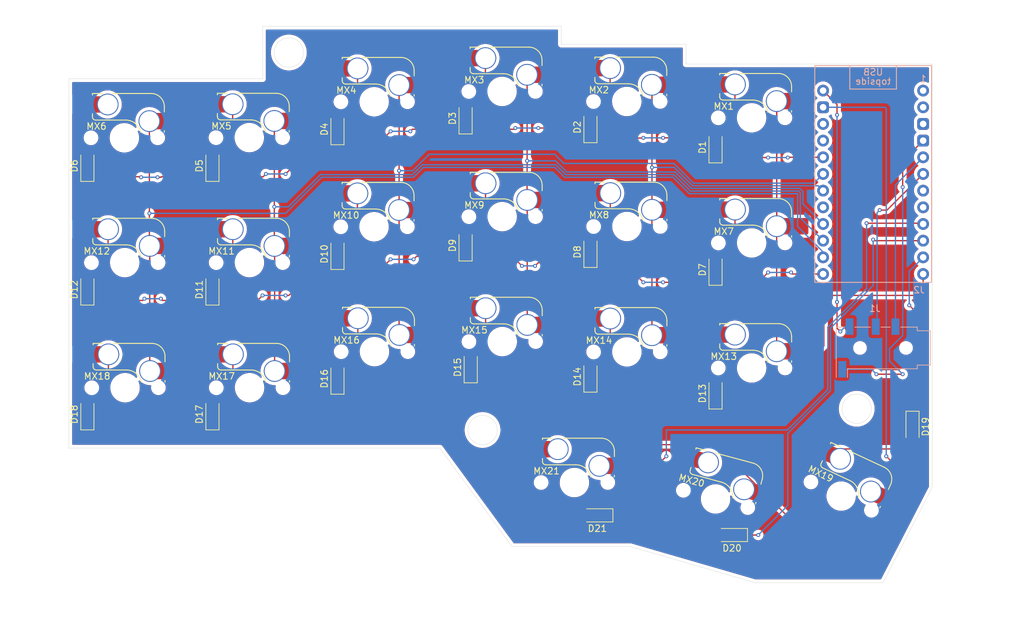
<source format=kicad_pcb>
(kicad_pcb (version 20240108) (generator "pcbnew") (generator_version "8.0")
  (layers (0 "F.Cu" signal) (31 "B.Cu" signal) (34 "B.Paste" user) (35 "F.Paste" user) (36 "B.SilkS" user "B.Silkscreen") (37 "F.SilkS" user "F.Silkscreen") (38 "B.Mask" user) (39 "F.Mask" user) (44 "Edge.Cuts" user))
  (net 0 "")
  (net 1 "Net-(D1-A)")
  (net 2 "Net-(D2-A)")
  (net 3 "Net-(D3-A)")
  (net 4 "Net-(D4-A)")
  (net 5 "Net-(D5-A)")
  (net 6 "Net-(D6-A)")
  (net 7 "Net-(D7-A)")
  (net 8 "Net-(D8-A)")
  (net 9 "Net-(D9-A)")
  (net 10 "Net-(D10-A)")
  (net 11 "Net-(D11-A)")
  (net 12 "Net-(D12-A)")
  (net 13 "Net-(D13-A)")
  (net 14 "Net-(D14-A)")
  (net 15 "Net-(D15-A)")
  (net 16 "Net-(D16-A)")
  (net 17 "Net-(D17-A)")
  (net 18 "Net-(D18-A)")
  (net 19 "Net-(D19-A)")
  (net 20 "Net-(D20-A)")
  (net 21 "Net-(D21-A)")
  (net 22 "ROW0")
  (net 23 "ROW1")
  (net 24 "ROW2")
  (net 25 "COL0")
  (net 26 "COL1")
  (net 27 "COL2")
  (net 28 "COL3")
  (net 29 "COL4")
  (net 30 "COL5")
  (net 31 "M1OUT")
  (net 32 "M2OUT")
  (net 33 "M3OUT")
  (net 34 "MIN")
  (net 42 "Net-(J2-Pin_4)")
  (net 43 "Net-(J2-Pin_6)")
  (net 44 "Net-(J2-Pin_13)")
  (net 45 "Net-(J2-Pin_5)")
  (footprint "PCM_marbastlib-mx:SW_MX_HS_CPG151101S11_1u" (layer "F.Cu") (at 102.011274 66.532746)
    (property "Reference" "MX15")
    (property "Value" "MX_SW_HS")
  )
  (footprint "PCM_marbastlib-mx:SW_MX_HS_CPG151101S11_1u" (layer "F.Cu") (at 139.997588 70.550215)
    (property "Reference" "MX13")
    (property "Value" "MX_SW_HS")
  )
  (footprint "PCM_marbastlib-mx:SW_MX_HS_CPG151101S11_1u" (layer "F.Cu") (at 63.520747 73.557919)
    (property "Reference" "MX17")
    (property "Value" "MX_SW_HS")
  )
  (footprint "PCM_marbastlib-mx:SW_MX_HS_CPG151101S11_1u" (layer "F.Cu") (at 120.996637 68.100511)
    (property "Reference" "MX14")
    (property "Value" "MX_SW_HS")
  )
  (footprint "Diode_SMD:D_SOD-123" (layer "F.Cu") (at 38.805901 58.617488 90)
    (property "Reference" "D12")
    (property "Value" "D_Small")
  )
  (footprint "PCM_marbastlib-mx:SW_MX_HS_CPG151101S11_1u" (layer "F.Cu") (at 82.48268 49.038478)
    (property "Reference" "MX10")
    (property "Value" "MX_SW_HS")
  )
  (footprint "PCM_marbastlib-mx:SW_MX_HS_CPG151101S11_1u" (layer "F.Cu") (at 120.977651 29.958105)
    (property "Reference" "MX2")
    (property "Value" "MX_SW_HS")
  )
  (footprint "PCM_marbastlib-mx:SW_MX_HS_CPG151101S11_1u" (layer "F.Cu") (at 63.5 54.5)
    (property "Reference" "MX11")
    (property "Value" "MX_SW_HS")
  )
  (footprint "Diode_SMD:D_SOD-123" (layer "F.Cu") (at 134.493512 36.943893 90)
    (property "Reference" "D1")
    (property "Value" "D_Small")
  )
  (footprint "Diode_SMD:D_SOD-123" (layer "F.Cu") (at 115.437651 33.878105 90)
    (property "Reference" "D2")
    (property "Value" "D_Small")
  )
  (footprint "PCM_marbastlib-mx:SW_MX_HS_CPG151101S11_1u" (layer "F.Cu") (at 82.543105 68.063757)
    (property "Reference" "MX16")
    (property "Value" "MX_SW_HS")
  )
  (footprint "Diode_SMD:D_SOD-123" (layer "F.Cu") (at 137 96 180)
    (property "Reference" "D20")
    (property "Value" "D_Small")
  )
  (footprint "Diode_SMD:D_SOD-123" (layer "F.Cu") (at 76.90268 72.188478 90)
    (property "Reference" "D16")
    (property "Value" "D_Small")
  )
  (footprint "PCM_marbastlib-mx:SW_MX_HS_CPG151101S11_1u" (layer "F.Cu") (at 44.550654 73.557919)
    (property "Reference" "MX18")
    (property "Value" "MX_SW_HS")
  )
  (footprint "Diode_SMD:D_SOD-123" (layer "F.Cu") (at 134.493512 55.593893 90)
    (property "Reference" "D7")
    (property "Value" "D_Small")
  )
  (footprint "PCM_marbastlib-mx:SW_MX_HS_CPG151101S11_1u" (layer "F.Cu") (at 101.981481 28.429484)
    (property "Reference" "MX3")
    (property "Value" "MX_SW_HS")
  )
  (footprint "PCM_marbastlib-mx:SW_MX_HS_CPG151101S11_1u" (layer "F.Cu") (at 63.475405 35.462351)
    (property "Reference" "MX5")
    (property "Value" "MX_SW_HS")
  )
  (footprint "Diode_SMD:D_SOD-123" (layer "F.Cu") (at 76.90268 53.188478 90)
    (property "Reference" "D10")
    (property "Value" "D_Small")
  )
  (footprint "Diode_SMD:D_SOD-123" (layer "F.Cu") (at 115.437651 71.878105 90)
    (property "Reference" "D14")
    (property "Value" "D_Small")
  )
  (footprint "PCM_marbastlib-mx:SW_MX_HS_CPG151101S11_1u" (layer "F.Cu") (at 102 47.5)
    (property "Reference" "MX9")
    (property "Value" "MX_SW_HS")
  )
  (footprint "PCM_marbastlib-mx:SW_MX_HS_CPG151101S11_1u" (layer "F.Cu") (at 113 88)
    (property "Reference" "MX21")
    (property "Value" "MX_SW_HS")
  )
  (footprint "PCM_marbastlib-mx:SW_MX_HS_CPG151101S11_1u" (layer "F.Cu") (at 82.5 30)
    (property "Reference" "MX4")
    (property "Value" "MX_SW_HS")
  )
  (footprint "PCM_marbastlib-mx:SW_MX_HS_CPG151101S11_1u" (layer "F.Cu") (at 139.993512 32.443893)
    (property "Reference" "MX1")
    (property "Value" "MX_SW_HS")
  )
  (footprint "PCM_marbastlib-mx:SW_MX_HS_CPG151101S11_1u" (layer "F.Cu") (at 44.445498 35.492259)
    (property "Reference" "MX6")
    (property "Value" "MX_SW_HS")
  )
  (footprint "Diode_SMD:D_SOD-123" (layer "F.Cu") (at 96.421895 32.541173 90)
    (property "Reference" "D3")
    (property "Value" "D_Small")
  )
  (footprint "PCM_marbastlib-mx:SW_MX_HS_CPG151101S11_1u" (layer "F.Cu") (at 44.5 54.5)
    (property "Reference" "MX12")
    (property "Value" "MX_SW_HS")
  )
  (footprint "Diode_SMD:D_SOD-123" (layer "F.Cu") (at 116.5 93 180)
    (property "Reference" "D21")
    (property "Value" "D_Small")
  )
  (footprint "PCM_marbastlib-mx:SW_MX_HS_CPG151101S11_1u" (layer "F.Cu") (at 140 51.5)
    (property "Reference" "MX7")
    (property "Value" "MX_SW_HS")
  )
  (footprint "PCM_marbastlib-mx:SW_MX_HS_CPG151101S11_1u" (layer "F.Cu") (at 134.5 90.5 -15)
    (property "Reference" "MX20")
    (property "Value" "MX_SW_HS")
  )
  (footprint "Diode_SMD:D_SOD-123" (layer "F.Cu") (at 76.90268 34.188478 90)
    (property "Reference" "D4")
    (property "Value" "D_Small")
  )
  (footprint "Diode_SMD:D_SOD-123" (layer "F.Cu") (at 38.805901 77.617488 90)
    (property "Reference" "D18")
    (property "Value" "D_Small")
  )
  (footprint "Diode_SMD:D_SOD-123" (layer "F.Cu") (at 164.5 79.5 -90)
    (property "Reference" "D19")
    (property "Value" "D_Small")
  )
  (footprint "Diode_SMD:D_SOD-123" (layer "F.Cu") (at 134.493512 74.443893 90)
    (property "Reference" "D13")
    (property "Value" "D_Small")
  )
  (footprint "Diode_SMD:D_SOD-123" (layer "F.Cu") (at 97.203984 70.450737 90)
    (property "Reference" "D15")
    (property "Value" "D_Small")
  )
  (footprint "PCM_marbastlib-mx:SW_MX_HS_CPG151101S11_1u" (layer "F.Cu") (at 153.63187 90.06502 -25)
    (property "Reference" "MX19")
    (property "Value" "MX_SW_HS")
  )
  (footprint "Diode_SMD:D_SOD-123" (layer "F.Cu") (at 57.856947 77.617488 90)
    (property "Reference" "D17")
    (property "Value" "D_Small")
  )
  (footprint "Diode_SMD:D_SOD-123" (layer "F.Cu") (at 96.421895 51.891173 90)
    (property "Reference" "D9")
    (property "Value" "D_Small")
  )
  (footprint "Diode_SMD:D_SOD-123" (layer "F.Cu") (at 57.856947 39.767488 90)
    (property "Reference" "D5")
    (property "Value" "D_Small")
  )
  (footprint "Diode_SMD:D_SOD-123" (layer "F.Cu") (at 115.437651 52.878105 90)
    (property "Reference" "D8")
    (property "Value" "D_Small")
  )
  (footprint "PCM_marbastlib-mx:SW_MX_HS_CPG151101S11_1u" (layer "F.Cu") (at 121 49)
    (property "Reference" "MX8")
    (property "Value" "MX_SW_HS")
  )
  (footprint "Diode_SMD:D_SOD-123" (layer "F.Cu") (at 57.856947 58.617488 90)
    (property "Reference" "D11")
    (property "Value" "D_Small")
  )
  (footprint "Diode_SMD:D_SOD-123" (layer "F.Cu") (at 38.805901 39.767488 90)
    (property "Reference" "D6")
    (property "Value" "D_Small")
  )
  (footprint "Connector_Audio:Jack_3.5mm_KoreanHropartsElec_PJ-320D-4A_Horizontal" (layer "B.Cu") (at 158.75 67.5 180)
    (property "Reference" "J1")
    (property "Value" "AudioJack4")
  )
  (footprint "PCM_marbastlib-xp-promicroish:ProMicro_USBup" (layer "B.Cu") (at 158.5 42.27 180)
    (property "Reference" "J2")
    (property "Value" "Conn_02x12_Top_Bottom")
  )
  (gr_line (start 111 21.25) (end 129.5 21.25) (stroke (width 0.05)) (layer "Edge.Cuts"))
  (gr_circle (center 69.5 22.5) (end 68.5 24.5) (stroke (width 0.05)) (fill none) (layer "Edge.Cuts"))
  (gr_line (start 130 21.25) (end 130 24.25) (stroke (width 0.05)) (layer "Edge.Cuts"))
  (gr_line (start 65.5 18.5) (end 65.5 26.5) (stroke (width 0.05)) (layer "Edge.Cuts"))
  (gr_line (start 149 24.25) (end 167.5 24.25) (stroke (width 0.05)) (layer "Edge.Cuts"))
  (gr_line (start 92.5 82.75) (end 103.5 97.75) (stroke (width 0.05)) (layer "Edge.Cuts"))
  (gr_line (start 167.5 24.25) (end 167.5 88.75) (stroke (width 0.05)) (layer "Edge.Cuts"))
  (gr_line (start 111 19) (end 111 18.5) (stroke (width 0.05)) (layer "Edge.Cuts"))
  (gr_line (start 140.5 103.25) (end 121.5 97.75) (stroke (width 0.05)) (layer "Edge.Cuts"))
  (gr_line (start 73 82.75) (end 92.5 82.75) (stroke (width 0.05)) (layer "Edge.Cuts"))
  (gr_line (start 36 26.5) (end 36 26.75) (stroke (width 0.05)) (layer "Edge.Cuts"))
  (gr_line (start 111 18.5) (end 65.5 18.5) (stroke (width 0.05)) (layer "Edge.Cuts"))
  (gr_line (start 36 82.75) (end 36 26.75) (stroke (width 0.05)) (layer "Edge.Cuts"))
  (gr_line (start 167.5 88.75) (end 160 103.25) (stroke (width 0.05)) (layer "Edge.Cuts"))
  (gr_line (start 73 82.75) (end 55 82.75) (stroke (width 0.05)) (layer "Edge.Cuts"))
  (gr_circle (center 99 80) (end 98 82) (stroke (width 0.05)) (fill none) (layer "Edge.Cuts"))
  (gr_line (start 121.5 97.75) (end 103.5 97.75) (stroke (width 0.05)) (layer "Edge.Cuts"))
  (gr_line (start 111 19.25) (end 111 21.25) (stroke (width 0.05)) (layer "Edge.Cuts"))
  (gr_line (start 160 103.25) (end 140.5 103.25) (stroke (width 0.05)) (layer "Edge.Cuts"))
  (gr_line (start 55 82.75) (end 36 82.75) (stroke (width 0.05)) (layer "Edge.Cuts"))
  (gr_line (start 129.5 21.25) (end 130 21.25) (stroke (width 0.05)) (layer "Edge.Cuts"))
  (gr_circle (center 156 76.763933) (end 155 78.763933) (stroke (width 0.05)) (fill none) (layer "Edge.Cuts"))
  (gr_line (start 65.5 26.5) (end 36 26.5) (stroke (width 0.05)) (layer "Edge.Cuts"))
  (gr_line (start 130 24.25) (end 149 24.25) (stroke (width 0.05)) (layer "Edge.Cuts"))
  (gr_line (start 111 19.25) (end 111 19) (stroke (width 0.05)) (layer "Edge.Cuts"))
  (segment (start 137.453512 32.333893) (end 134.493512 35.293893) (width 0.2) (layer "F.Cu") (net 1))
  (segment (start 137.453512 27.363893) (end 137.453512 32.333893) (width 0.2) (layer "F.Cu") (net 1))
  (segment (start 118.437651 29.228105) (end 115.437651 32.228105) (width 0.2) (layer "F.Cu") (net 2))
  (segment (start 118.437651 24.878105) (end 118.437651 29.228105) (width 0.2) (layer "F.Cu") (net 2))
  (segment (start 99.441481 23.349484) (end 99.441481 27.871587) (width 0.2) (layer "F.Cu") (net 3))
  (segment (start 99.441481 27.871587) (end 96.421895 30.891173) (width 0.2) (layer "F.Cu") (net 3))
  (segment (start 79.96 29.481158) (end 76.90268 32.538478) (width 0.2) (layer "F.Cu") (net 4))
  (segment (start 79.96 24.92) (end 79.96 29.481158) (width 0.2) (layer "F.Cu") (net 4))
  (segment (start 60.935405 35.03903) (end 57.856947 38.117488) (width 0.2) (layer "F.Cu") (net 5))
  (segment (start 60.935405 30.382351) (end 60.935405 35.03903) (width 0.2) (layer "F.Cu") (net 5))
  (segment (start 38.355498 30.412259) (end 38.140498 30.627259) (width 0.2) (layer "F.Cu") (net 6))
  (segment (start 38.140498 37.452085) (end 38.805901 38.117488) (width 0.2) (layer "F.Cu") (net 6))
  (segment (start 38.140498 30.627259) (end 38.140498 37.452085) (width 0.2) (layer "F.Cu") (net 6))
  (segment (start 137.46 50.977405) (end 134.493512 53.943893) (width 0.2) (layer "F.Cu") (net 7))
  (segment (start 137.46 46.42) (end 137.46 50.977405) (width 0.2) (layer "F.Cu") (net 7))
  (segment (start 118.46 43.92) (end 118.46 48.205756) (width 0.2) (layer "F.Cu") (net 8))
  (segment (start 118.46 48.205756) (end 115.437651 51.228105) (width 0.2) (layer "F.Cu") (net 8))
  (segment (start 99.46 47.203068) (end 96.421895 50.241173) (width 0.2) (layer "F.Cu") (net 9))
  (segment (start 99.46 42.42) (end 99.46 47.203068) (width 0.2) (layer "F.Cu") (net 9))
  (segment (start 79.94268 43.958478) (end 79.94268 48.498478) (width 0.2) (layer "F.Cu") (net 10))
  (segment (start 79.94268 48.498478) (end 76.90268 51.538478) (width 0.2) (layer "F.Cu") (net 10))
  (segment (start 60.96 49.42) (end 60.96 53.864435) (width 0.2) (layer "F.Cu") (net 11))
  (segment (start 60.96 53.864435) (end 57.856947 56.967488) (width 0.2) (layer "F.Cu") (net 11))
  (segment (start 41.96 49.42) (end 41.96 53.813389) (width 0.2) (layer "F.Cu") (net 12))
  (segment (start 41.96 53.813389) (end 38.805901 56.967488) (width 0.2) (layer "F.Cu") (net 12))
  (segment (start 118.456637 67.809119) (end 116.037651 70.228105) (width 0.2) (layer "F.Cu") (net 14))
  (segment (start 116.037651 70.228105) (end 115.437651 70.228105) (width 0.2) (layer "F.Cu") (net 14))
  (segment (start 118.456637 63.020511) (end 118.456637 67.809119) (width 0.2) (layer "F.Cu") (net 14))
  (segment (start 99.471274 61.452746) (end 99.471274 66.533447) (width 0.2) (layer "F.Cu") (net 15))
  (segment (start 99.471274 66.533447) (end 97.203984 68.800737) (width 0.2) (layer "F.Cu") (net 15))
  (segment (start 80.003105 62.983757) (end 80.003105 67.438053) (width 0.2) (layer "F.Cu") (net 16))
  (segment (start 80.003105 67.438053) (end 76.90268 70.538478) (width 0.2) (layer "F.Cu") (net 16))
  (segment (start 60.980747 72.843688) (end 57.856947 75.967488) (width 0.2) (layer "F.Cu") (net 17))
  (segment (start 60.980747 68.477919) (end 60.980747 72.843688) (width 0.2) (layer "F.Cu") (net 17))
  (segment (start 42.010654 68.477919) (end 42.010654 72.762735) (width 0.2) (layer "F.Cu") (net 18))
  (segment (start 42.010654 72.762735) (end 38.805901 75.967488) (width 0.2) (layer "F.Cu") (net 18))
  (segment (start 162.762768 82.887232) (end 164.5 81.15) (width 0.2) (layer "F.Cu") (net 19))
  (segment (start 150.259356 82.887232) (end 162.762768 82.887232) (width 0.2) (layer "F.Cu") (net 19))
  (segment (start 130.973345 85.057922) (end 130.973345 91.623345) (width 0.2) (layer "F.Cu") (net 20))
  (segment (start 129.932312 84.016889) (end 130.973345 85.057922) (width 0.2) (layer "F.Cu") (net 20))
  (segment (start 130.973345 91.623345) (end 135.35 96) (width 0.2) (layer "F.Cu") (net 20))
  (segment (start 114.4 93) (end 114.85 93) (width 0.2) (layer "F.Cu") (net 21))
  (segment (start 106.91 82.92) (end 109.5 85.51) (width 0.2) (layer "F.Cu") (net 21))
  (segment (start 109.5 85.51) (end 109.5 88.1) (width 0.2) (layer "F.Cu") (net 21))
  (segment (start 109.5 88.1) (end 114.4 93) (width 0.2) (layer "F.Cu") (net 21))
  (segment (start 57.856947 41.417488) (end 65.582512 41.417488) (width 0.2) (layer "F.Cu") (net 22))
  (segment (start 107.5 34) (end 108.5 34) (width 0.2) (layer "F.Cu") (net 22))
  (segment (start 123.471895 35.528105) (end 123.5 35.5) (width 0.2) (layer "F.Cu") (net 22))
  (segment (start 142.5 38.5) (end 141.5 38.5) (width 0.2) (layer "F.Cu") (net 22))
  (segment (start 141.5 38.5) (end 141.406107 38.593893) (width 0.2) (layer "F.Cu") (net 22))
  (segment (start 150.88 38.46) (end 145.54 38.46) (width 0.2) (layer "F.Cu") (net 22))
  (segment (start 69 41) (end 74.161522 35.838478) (width 0.2) (layer "F.Cu") (net 22))
  (segment (start 65.582512 41.417488) (end 66 41) (width 0.2) (layer "F.Cu") (net 22))
  (segment (start 88 34.5) (end 88.308827 34.191173) (width 0.2) (layer "F.Cu") (net 22))
  (segment (start 145.54 38.46) (end 145.5 38.5) (width 0.2) (layer "F.Cu") (net 22))
  (segment (start 127.5 35.5) (end 130.593893 38.593893) (width 0.2) (layer "F.Cu") (net 22))
  (segment (start 103.808827 34.191173) (end 104 34) (width 0.2) (layer "F.Cu") (net 22))
  (segment (start 50 41.5) (end 50.082512 41.417488) (width 0.2) (layer "F.Cu") (net 22))
  (segment (start 141.406107 38.593893) (end 134.493512 38.593893) (width 0.2) (layer "F.Cu") (net 22))
  (segment (start 96.421895 34.191173) (end 103.808827 34.191173) (width 0.2) (layer "F.Cu") (net 22))
  (segment (start 130.593893 38.593893) (end 134.493512 38.593893) (width 0.2) (layer "F.Cu") (net 22))
  (segment (start 46.917488 41.417488) (end 47 41.5) (width 0.2) (layer "F.Cu") (net 22))
  (segment (start 49.5 41.5) (end 50 41.5) (width 0.2) (layer "F.Cu") (net 22))
  (segment (start 76.90268 35.838478) (end 83.661522 35.838478) (width 0.2) (layer "F.Cu") (net 22))
  (segment (start 38.805901 41.417488) (end 46.917488 41.417488) (width 0.2) (layer "F.Cu") (net 22))
  (segment (start 50.082512 41.417488) (end 57.856947 41.417488) (width 0.2) (layer "F.Cu") (net 22))
  (segment (start 126.5 35.5) (end 127.5 35.5) (width 0.2) (layer "F.Cu") (net 22))
  (segment (start 108.5 34) (end 110.028105 35.528105) (width 0.2) (layer "F.Cu") (net 22))
  (segment (start 115.437651 35.528105) (end 123.471895 35.528105) (width 0.2) (layer "F.Cu") (net 22))
  (segment (start 83.661522 35.838478) (end 85 34.5) (width 0.2) (layer "F.Cu") (net 22))
  (segment (start 88.308827 34.191173) (end 96.421895 34.191173) (width 0.2) (layer "F.Cu") (net 22))
  (segment (start 110.028105 35.528105) (end 115.437651 35.528105) (width 0.2) (layer "F.Cu") (net 22))
  (segment (start 74.161522 35.838478) (end 76.90268 35.838478) (width 0.2) (layer "F.Cu") (net 22))
  (via (at 145.5 38.5) (size 0.6) (drill 0.3) (layers "F.Cu" "B.Cu") (net 22))
  (via (at 104 34) (size 0.6) (drill 0.3) (layers "F.Cu" "B.Cu") (net 22))
  (via (at 85 34.5) (size 0.6) (drill 0.3) (layers "F.Cu" "B.Cu") (net 22))
  (via (at 88 34.5) (size 0.6) (drill 0.3) (layers "F.Cu" "B.Cu") (net 22))
  (via (at 47 41.5) (size 0.6) (drill 0.3) (layers "F.Cu" "B.Cu") (net 22))
  (via (at 142.5 38.5) (size 0.6) (drill 0.3) (layers "F.Cu" "B.Cu") (net 22))
  (via (at 126.5 35.5) (size 0.6) (drill 0.3) (layers "F.Cu" "B.Cu") (net 22))
  (via (at 66 41) (size 0.6) (drill 0.3) (layers "F.Cu" "B.Cu") (net 22))
  (via (at 123.5 35.5) (size 0.6) (drill 0.3) (layers "F.Cu" "B.Cu") (net 22))
  (via (at 49.5 41.5) (size 0.6) (drill 0.3) (layers "F.Cu" "B.Cu") (net 22))
  (via (at 69 41) (size 0.6) (drill 0.3) (layers "F.Cu" "B.Cu") (net 22))
  (via (at 107.5 34) (size 0.6) (drill 0.3) (layers "F.Cu" "B.Cu") (net 22))
  (segment (start 66 41) (end 69 41) (width 0.2) (layer "B.Cu") (net 22))
  (segment (start 145.5 38.5) (end 142.5 38.5) (width 0.2) (layer "B.Cu") (net 22))
  (segment (start 104 34) (end 107.5 34) (width 0.2) (layer "B.Cu") (net 22))
  (segment (start 47 41.5) (end 49.5 41.5) (width 0.2) (layer "B.Cu") (net 22))
  (segment (start 123.5 35.5) (end 124.5 35.5) (width 0.2) (layer "B.Cu") (net 22))
  (segment (start 85 34.5) (end 86 34.5) (width 0.2) (layer "B.Cu") (net 22))
  (segment (start 86 34.5) (end 88 34.5) (width 0.2) (layer "B.Cu") (net 22))
  (segment (start 124.5 35.5) (end 126.5 35.5) (width 0.2) (layer "B.Cu") (net 22))
  (segment (start 126.5 57.5) (end 127.5 57.5) (width 0.2) (layer "F.Cu") (net 23))
  (segment (start 115.437651 54.528105) (end 120.528105 54.528105) (width 0.2) (layer "F.Cu") (net 23))
  (segment (start 107 55) (end 107.471895 54.528105) (width 0.2) (layer "F.Cu") (net 23))
  (segment (start 103.541173 53.541173) (end 105 55) (width 0.2) (layer "F.Cu") (net 23))
  (segment (start 146 56) (end 146.24 56.24) (width 0.2) (layer "F.Cu") (net 23))
  (segment (start 47.232512 60.267488) (end 47.5 60) (width 0.2) (layer "F.Cu") (net 23))
  (segment (start 84.161522 54.838478) (end 85 54) (width 0.2) (layer "F.Cu") (net 23))
  (segment (start 107.471895 54.528105) (end 115.437651 54.528105) (width 0.2) (layer "F.Cu") (net 23))
  (segment (start 74.161522 54.838478) (end 76.90268 54.838478) (width 0.2) (layer "F.Cu") (net 23))
  (segment (start 76.90268 54.838478) (end 84.161522 54.838478) (width 0.2) (layer "F.Cu") (net 23))
  (segment (start 50.267488 60.267488) (end 57.856947 60.267488) (width 0.2) (layer "F.Cu") (net 23))
  (segment (start 38.805901 60.267488) (end 47.232512 60.267488) (width 0.2) (layer "F.Cu") (net 23))
  (segment (start 146.24 56.24) (end 150.88 56.24) (width 0.2) (layer "F.Cu") (net 23))
  (segment (start 120.528105 54.528105) (end 123.5 57.5) (width 0.2) (layer "F.Cu") (net 23))
  (segment (start 88.958827 53.541173) (end 96.421895 53.541173) (width 0.2) (layer "F.Cu") (net 23))
  (segment (start 96.421895 53.541173) (end 103.541173 53.541173) (width 0.2) (layer "F.Cu") (net 23))
  (segment (start 134.493512 57.243893) (end 141.256107 57.243893) (width 0.2) (layer "F.Cu") (net 23))
  (segment (start 57.856947 60.267488) (end 64.732512 60.267488) (width 0.2) (layer "F.Cu") (net 23))
  (segment (start 88.5 54) (end 88.958827 53.541173) (width 0.2) (layer "F.Cu") (net 23))
  (segment (start 141.256107 57.243893) (end 142.5 56) (width 0.2) (layer "F.Cu") (net 23))
  (segment (start 69.5 59.5) (end 74.161522 54.838478) (width 0.2) (layer "F.Cu") (net 23))
  (segment (start 127.5 57.5) (end 127.756107 57.243893) (width 0.2) (layer "F.Cu") (net 23))
  (segment (start 127.756107 57.243893) (end 134.493512 57.243893) (width 0.2) (layer "F.Cu") (net 23))
  (segment (start 64.732512 60.267488) (end 65.5 59.5) (width 0.2) (layer "F.Cu") (net 23))
  (segment (start 69 59.5) (end 69.5 59.5) (width 0.2) (layer "F.Cu") (net 23))
  (segment (start 50 60) (end 50.267488 60.267488) (width 0.2) (layer "F.Cu") (net 23))
  (via (at 85 54) (size 0.6) (drill 0.3) (layers "F.Cu" "B.Cu") (net 23))
  (via (at 69 59.5) (size 0.6) (drill 0.3) (layers "F.Cu" "B.Cu") (net 23))
  (via (at 105 55) (size 0.6) (drill 0.3) (layers "F.Cu" "B.Cu") (net 23))
  (via (at 107 55) (size 0.6) (drill 0.3) (layers "F.Cu" "B.Cu") (net 23))
  (via (at 146 56) (size 0.6) (drill 0.3) (layers "F.Cu" "B.Cu") (net 23))
  (via (at 50 60) (size 0.6) (drill 0.3) (layers "F.Cu" "B.Cu") (net 23))
  (via (at 88.5 54) (size 0.6) (drill 0.3) (layers "F.Cu" "B.Cu") (net 23))
  (via (at 142.5 56) (size 0.6) (drill 0.3) (layers "F.Cu" "B.Cu") (net 23))
  (via (at 47.5 60) (size 0.6) (drill 0.3) (layers "F.Cu" "B.Cu") (net 23))
  (via (at 126.5 57.5) (size 0.6) (drill 0.3) (layers "F.Cu" "B.Cu") (net 23))
  (via (at 65.5 59.5) (size 0.6) (drill 0.3) (layers "F.Cu" "B.Cu") (net 23))
  (via (at 123.5 57.5) (size 0.6) (drill 0.3) (layers "F.Cu" "B.Cu") (net 23))
  (segment (start 86 54) (end 88.5 54) (width 0.2) (layer "B.Cu") (net 23))
  (segment (start 85 54) (end 86 54) (width 0.2) (layer "B.Cu") (net 23))
  (segment (start 47.5 60) (end 48.5 60) (width 0.2) (layer "B.Cu") (net 23))
  (segment (start 48.5 60) (end 50 60) (width 0.2) (layer "B.Cu") (net 23))
  (segment (start 123.5 57.5) (end 126.5 57.5) (width 0.2) (layer "B.Cu") (net 23))
  (segment (start 142.5 56) (end 146 56) (width 0.2) (layer "B.Cu") (net 23))
  (segment (start 105 55) (end 107 55) (width 0.2) (layer "B.Cu") (net 23))
  (segment (start 65.5 59.5) (end 69 59.5) (width 0.2) (layer "B.Cu") (net 23))
  (segment (start 142.083654 76.093893) (end 151 67.177547) (width 0.2) (layer "F.Cu") (net 24))
  (segment (start 97.203984 72.100737) (end 114.010283 72.100737) (width 0.2) (layer "F.Cu") (net 24))
  (segment (start 166.12 58.88) (end 166.12 56.24) (width 0.2) (layer "F.Cu") (net 24))
  (segment (start 57.856947 79.267488) (end 71.47367 79.267488) (width 0.2) (layer "F.Cu") (net 24))
  (segment (start 76.90268 73.838478) (end 95.466243 73.838478) (width 0.2) (layer "F.Cu") (net 24))
  (segment (start 38.805901 79.267488) (end 57.856947 79.267488) (width 0.2) (layer "F.Cu") (net 24))
  (segment (start 151 59.5) (end 166 59.5) (width 0.2) (layer "F.Cu") (net 24))
  (segment (start 166 59.5) (end 166 59) (width 0.2) (layer "F.Cu") (net 24))
  (segment (start 71.47367 79.267488) (end 76.90268 73.838478) (width 0.2) (layer "F.Cu") (net 24))
  (segment (start 95.466243 73.838478) (end 97.203984 72.100737) (width 0.2) (layer "F.Cu") (net 24))
  (segment (start 114.010283 72.100737) (end 115.437651 73.528105) (width 0.2) (layer "F.Cu") (net 24))
  (segment (start 166 59) (end 166.12 58.88) (width 0.2) (layer "F.Cu") (net 24))
  (segment (start 134.493512 76.093893) (end 142.083654 76.093893) (width 0.2) (layer "F.Cu") (net 24))
  (segment (start 131.927724 73.528105) (end 134.493512 76.093893) (width 0.2) (layer "F.Cu") (net 24))
  (segment (start 115.437651 73.528105) (end 131.927724 73.528105) (width 0.2) (layer "F.Cu") (net 24))
  (segment (start 151 67.177547) (end 151 59.5) (width 0.2) (layer "F.Cu") (net 24))
  (segment (start 86.29268 65.463332) (end 86.29268 46.498478) (width 0.2) (layer "F.Cu") (net 25))
  (segment (start 86.29268 46.498478) (end 86.29268 40.5) (width 0.2) (layer "F.Cu") (net 25))
  (segment (start 86.353105 65.523757) (end 86.29268 65.463332) (width 0.2) (layer "F.Cu") (net 25))
  (segment (start 86.29268 27.47732) (end 86.31 27.46) (width 0.2) (layer "F.Cu") (net 25))
  (segment (start 86.29268 40.5) (end 86.29268 27.47732) (width 0.2) (layer "F.Cu") (net 25))
  (via (at 86.29268 40.5) (size 0.6) (drill 0.3) (layers "F.Cu" "B.Cu") (net 25))
  (segment (start 131.162744 42.4) (end 128.162742 39.4) (width 0.2) (layer "B.Cu") (net 25))
  (segment (start 128.162742 39.4) (end 111.4 39.4) (width 0.2) (layer "B.Cu") (net 25))
  (segment (start 150.88 41) (end 149.48 42.4) (width 0.2) (layer "B.Cu") (net 25))
  (segment (start 90.868628 38) (end 88.368628 40.5) (width 0.2) (layer "B.Cu") (net 25))
  (segment (start 110 38) (end 90.868628 38) (width 0.2) (layer "B.Cu") (net 25))
  (segment (start 88.368628 40.5) (end 86.29268 40.5) (width 0.2) (layer "B.Cu") (net 25))
  (segment (start 111.4 39.4) (end 110 38) (width 0.2) (layer "B.Cu") (net 25))
  (segment (start 149.48 42.4) (end 131.162744 42.4) (width 0.2) (layer "B.Cu") (net 25))
  (segment (start 124.81 40) (end 124.81 46.46) (width 0.2) (layer "F.Cu") (net 26))
  (segment (start 124.806637 65.560511) (end 124.806637 46.463363) (width 0.2) (layer "F.Cu") (net 26))
  (segment (start 124.81 27.440454) (end 124.81 40) (width 0.2) (layer "F.Cu") (net 26))
  (segment (start 124.787651 27.418105) (end 124.81 27.440454) (width 0.2) (layer "F.Cu") (net 26))
  (segment (start 124.806637 46.463363) (end 124.81 46.46) (width 0.2) (layer "F.Cu") (net 26))
  (via (at 124.81 40) (size 0.6) (drill 0.3) (layers "F.Cu" "B.Cu") (net 26))
  (segment (start 150.88 43.54) (end 150.14 42.8) (width 0.2) (layer "B.Cu") (net 26))
  (segment (start 130.997058 42.8) (end 128.197056 40) (width 0.2) (layer "B.Cu") (net 26))
  (segment (start 150.14 42.8) (end 130.997058 42.8) (width 0.2) (layer "B.Cu") (net 26))
  (segment (start 128.197056 40) (end 124.81 40) (width 0.2) (layer "B.Cu") (net 26))
  (segment (start 143.81 47.135) (end 143.81 48.96) (width 0.2) (layer "F.Cu") (net 27))
  (segment (start 143.803512 29.903893) (end 143.803512 47.128512) (width 0.2) (layer "F.Cu") (net 27))
  (segment (start 143.803512 47.128512) (end 143.81 47.135) (width 0.2) (layer "F.Cu") (net 27))
  (segment (start 143.803512 68.006139) (end 143.807588 68.010215) (width 0.2) (layer "F.Cu") (net 27))
  (segment (start 143.803512 29.903893) (end 143.803512 68.006139) (width 0.2) (layer "F.Cu") (net 27))
  (segment (start 105.81 44.96) (end 105.81 63.981472) (width 0.2) (layer "F.Cu") (net 28))
  (segment (start 105.791481 25.889484) (end 105.791481 39) (width 0.2) (layer "F.Cu") (net 28))
  (segment (start 105.81 63.981472) (end 105.821274 63.992746) (width 0.2) (layer "F.Cu") (net 28))
  (segment (start 105.791481 44.941481) (end 105.81 44.96) (width 0.2) (layer "F.Cu") (net 28))
  (segment (start 105.791481 39) (end 105.791481 44.941481) (width 0.2) (layer "F.Cu") (net 28))
  (via (at 105.791481 39) (size 0.6) (drill 0.3) (layers "F.Cu" "B.Cu") (net 28))
  (segment (start 111.831372 40.7) (end 110.13137 39) (width 0.2) (layer "B.Cu") (net 28))
  (segment (start 147.8 45.54) (end 147.8 43.668629) (width 0.2) (layer "B.Cu") (net 28))
  (segment (start 147.33137 43.2) (end 130.831372 43.2) (width 0.2) (layer "B.Cu") (net 28))
  (segment (start 128.33137 40.7) (end 111.831372 40.7) (width 0.2) (layer "B.Cu") (net 28))
  (segment (start 110.13137 39) (end 105.791481 39) (width 0.2) (layer "B.Cu") (net 28))
  (segment (start 150.88 48.62) (end 147.8 45.54) (width 0.2) (layer "B.Cu") (net 28))
  (segment (start 130.831372 43.2) (end 128.33137 40.7) (width 0.2) (layer "B.Cu") (net 28))
  (segment (start 147.8 43.668629) (end 147.33137 43.2) (width 0.2) (layer "B.Cu") (net 28))
  (segment (start 67.330747 51.980747) (end 67.31 51.96) (width 0.2) (layer "F.Cu") (net 29))
  (segment (start 67.285405 46) (end 67.285405 51.935405) (width 0.2) (layer "F.Cu") (net 29))
  (segment (start 67.330747 71.017919) (end 67.330747 51.980747) (width 0.2) (layer "F.Cu") (net 29))
  (segment (start 67.285405 32.922351) (end 67.285405 46) (width 0.2) (layer "F.Cu") (net 29))
  (segment (start 67.285405 51.935405) (end 67.31 51.96) (width 0.2) (layer "F.Cu") (net 29))
  (via (at 67.285405 46) (size 0.6) (drill 0.3) (layers "F.Cu" "B.Cu") (net 29))
  (segment (start 147.165685 43.6) (end 130.665686 43.6) (width 0.2) (layer "B.Cu") (net 29))
  (segment (start 89.834314 39.6) (end 88.334314 41.1) (width 0.2) (layer "B.Cu") (net 29))
  (segment (start 111.665686 41.1) (end 110.165685 39.6) (width 0.2) (layer "B.Cu") (net 29))
  (segment (start 110.165685 39.6) (end 89.834314 39.6) (width 0.2) (layer "B.Cu") (net 29))
  (segment (start 130.665686 43.6) (end 128.165685 41.1) (width 0.2) (layer "B.Cu") (net 29))
  (segment (start 147.4 43.834315) (end 147.165685 43.6) (width 0.2) (layer "B.Cu") (net 29))
  (segment (start 147.4 47.68) (end 147.4 43.834315) (width 0.2) (layer "B.Cu") (net 29))
  (segment (start 128.165685 41.1) (end 111.665686 41.1) (width 0.2) (layer "B.Cu") (net 29))
  (segment (start 69.434314 46) (end 67.285405 46) (width 0.2) (layer "B.Cu") (net 29))
  (segment (start 150.88 51.16) (end 147.4 47.68) (width 0.2) (layer "B.Cu") (net 29))
  (segment (start 74.334314 41.1) (end 69.434314 46) (width 0.2) (layer "B.Cu") (net 29))
  (segment (start 88.334314 41.1) (end 74.334314 41.1) (width 0.2) (layer "B.Cu") (net 29))
  (segment (start 48.255498 51.905498) (end 48.31 51.96) (width 0.2) (layer "F.Cu") (net 30))
  (segment (start 48.255498 47) (end 48.255498 51.905498) (width 0.2) (layer "F.Cu") (net 30))
  (segment (start 48.255498 32.952259) (end 48.255498 47) (width 0.2) (layer "F.Cu") (net 30))
  (segment (start 48.31 70.967265) (end 48.360654 71.017919) (width 0.2) (layer "F.Cu") (net 30))
  (segment (start 48.31 51.96) (end 48.31 70.967265) (width 0.2) (layer "F.Cu") (net 30))
  (via (at 48.255498 47) (size 0.6) (drill 0.3) (layers "F.Cu" "B.Cu") (net 30))
  (segment (start 147 44) (end 130.5 44) (width 0.2) (layer "B.Cu") (net 30))
  (segment (start 150.88 53.7) (end 150.88 52.88) (width 0.2) (layer "B.Cu") (net 30))
  (segment (start 69 47) (end 48.255498 47) (width 0.2) (layer "B.Cu") (net 30))
  (segment (start 128 41.5) (end 111.5 41.5) (width 0.2) (layer "B.Cu") (net 30))
  (segment (start 110 40) (end 90 40) (width 0.2) (layer "B.Cu") (net 30))
  (segment (start 147 49) (end 147 44) (width 0.2) (layer "B.Cu") (net 30))
  (segment (start 88.5 41.5) (end 74.5 41.5) (width 0.2) (layer "B.Cu") (net 30))
  (segment (start 74.5 41.5) (end 69 47) (width 0.2) (layer "B.Cu") (net 30))
  (segment (start 150.88 52.88) (end 147 49) (width 0.2) (layer "B.Cu") (net 30))
  (segment (start 111.5 41.5) (end 110 40) (width 0.2) (layer "B.Cu") (net 30))
  (segment (start 90 40) (end 88.5 41.5) (width 0.2) (layer "B.Cu") (net 30))
  (segment (start 130.5 44) (end 128 41.5) (width 0.2) (layer "B.Cu") (net 30))
  (segment (start 164.9 61.9) (end 164 61) (width 0.2) (layer "F.Cu") (net 31))
  (segment (start 164.5 77.85) (end 164.9 77.45) (width 0.2) (layer "F.Cu") (net 31))
  (segment (start 164.9 77.45) (end 164.9 61.9) (width 0.2) (layer "F.Cu") (net 31))
  (via (at 164 61) (size 0.6) (drill 0.3) (layers "F.Cu" "B.Cu") (net 31))
  (segment (start 164 55.82) (end 166.12 53.7) (width 0.2) (layer "B.Cu") (net 31))
  (segment (start 164 61) (end 164 55.82) (width 0.2) (layer "B.Cu") (net 31))
  (segment (start 158.66 51.16) (end 166.12 51.16) (width 0.2) (layer "F.Cu") (net 32))
  (segment (start 158.5 51) (end 158.66 51.16) (width 0.2) (layer "F.Cu") (net 32))
  (segment (start 138.65 96) (end 141 96) (width 0.2) (layer "F.Cu") (net 32))
  (via (at 158.5 51) (size 0.6) (drill 0.3) (layers "F.Cu" "B.Cu") (net 32))
  (via (at 141 96) (size 0.6) (drill 0.3) (layers "F.Cu" "B.Cu") (net 32))
  (segment (start 158.5 57.5) (end 158.5 51) (width 0.2) (layer "B.Cu") (net 32))
  (segment (start 141 96) (end 145.5 91.5) (width 0.2) (layer "B.Cu") (net 32))
  (segment (start 145.5 80.5) (end 152 74) (width 0.2) (layer "B.Cu") (net 32))
  (segment (start 158.5 58) (end 158.5 57.5) (width 0.2) (layer "B.Cu") (net 32))
  (segment (start 152 64.5) (end 158.5 58) (width 0.2) (layer "B.Cu") (net 32))
  (segment (start 152 74) (end 152 64.5) (width 0.2) (layer "B.Cu") (net 32))
  (segment (start 145.5 91.5) (end 145.5 89) (width 0.2) (layer "B.Cu") (net 32))
  (segment (start 145.5 89) (end 145.5 80.5) (width 0.2) (layer "B.Cu") (net 32))
  (segment (start 157.5 48.5) (end 166 48.5) (width 0.2) (layer "F.Cu") (net 33))
  (segment (start 118.15 93) (end 118.15 92.85) (width 0.2) (layer "F.Cu") (net 33))
  (segment (start 166 48.5) (end 166.12 48.62) (width 0.2) (layer "F.Cu") (net 33))
  (segment (start 118.15 92.85) (end 127 84) (width 0.2) (layer "F.Cu") (net 33))
  (via (at 127 84) (size 0.6) (drill 0.3) (layers "F.Cu" "B.Cu") (net 33))
  (via (at 157.5 48.5) (size 0.6) (drill 0.3) (layers "F.Cu" "B.Cu") (net 33))
  (segment (start 127 84) (end 127 83.5) (width 0.2) (layer "B.Cu") (net 33))
  (segment (start 157.467157 58.467157) (end 157.5 58.434314) (width 0.2) (layer "B.Cu") (net 33))
  (segment (start 151.6 73.834314) (end 151.6 65) (width 0.2) (layer "B.Cu") (net 33))
  (segment (start 127 80) (end 145.434314 80) (width 0.2) (layer "B.Cu") (net 33))
  (segment (start 145.434314 80) (end 151.467157 73.967157) (width 0.2) (layer "B.Cu") (net 33))
  (segment (start 151.6 64.334314) (end 153.967157 61.967157) (width 0.2) (layer "B.Cu") (net 33))
  (segment (start 127 83.5) (end 127 80) (width 0.2) (layer "B.Cu") (net 33))
  (segment (start 157.5 58.434314) (end 157.5 48.5) (width 0.2) (layer "B.Cu") (net 33))
  (segment (start 151.467157 73.967157) (end 151.6 73.834314) (width 0.2) (layer "B.Cu") (net 33))
  (segment (start 151.6 65) (end 151.6 64.334314) (width 0.2) (layer "B.Cu") (net 33))
  (segment (start 153.967157 61.967157) (end 157.467157 58.467157) (width 0.2) (layer "B.Cu") (net 33))
  (segment (start 142.266615 89.951457) (end 146.155592 93.840434) (width 0.2) (layer "F.Cu") (net 34))
  (segment (start 158.408781 93.840434) (end 161.375746 90.873469) (width 0.2) (layer "F.Cu") (net 34))
  (segment (start 120.36 85.46) (end 123.587044 82.232956) (width 0.2) (layer "F.Cu") (net 34))
  (segment (start 134.548114 82.232956) (end 142.266615 89.951457) (width 0.2) (layer "F.Cu") (net 34))
  (segment (start 161.375746 84.875746) (end 160.5 84) (width 0.2) (layer "F.Cu") (net 34))
  (segment (start 146.155592 93.840434) (end 158.408781 93.840434) (width 0.2) (layer "F.Cu") (net 34))
  (segment (start 161.375746 90.873469) (end 161.375746 84.875746) (width 0.2) (layer "F.Cu") (net 34))
  (segment (start 123.587044 82.232956) (end 134.548114 82.232956) (width 0.2) (layer "F.Cu") (net 34))
  (via (at 160.5 84) (size 0.6) (drill 0.3) (layers "F.Cu" "B.Cu") (net 34))
  (segment (start 160.34 30.84) (end 150.88 30.84) (width 0.2) (layer "B.Cu") (net 34))
  (segment (start 160.5 31) (end 160.34 30.84) (width 0.2) (layer "B.Cu") (net 34))
  (segment (start 160.5 84) (end 160.5 31) (width 0.2) (layer "B.Cu") (net 34))
  (segment (start 163 43) (end 163 39.04) (width 0.2) (layer "F.Cu") (net 42))
  (segment (start 159 71.5) (end 163 71.5) (width 0.2) (layer "F.Cu") (net 42))
  (segment (start 163 39.04) (end 166.12 35.92) (width 0.2) (layer "F.Cu") (net 42))
  (via (at 163 43) (size 0.6) (drill 0.3) (layers "F.Cu" "B.Cu") (net 42))
  (via (at 159 71.5) (size 0.6) (drill 0.3) (layers "F.Cu" "B.Cu") (net 42))
  (via (at 163 71.5) (size 0.6) (drill 0.3) (layers "F.Cu" "B.Cu") (net 42))
  (segment (start 161 69.5) (end 161 67.6) (width 0.2) (layer "B.Cu") (net 42))
  (segment (start 163 71.5) (end 161 69.5) (width 0.2) (layer "B.Cu") (net 42))
  (segment (start 153.8 70.75) (end 158.25 70.75) (width 0.2) (layer "B.Cu") (net 42))
  (segment (start 158.25 70.75) (end 159 71.5) (width 0.2) (layer "B.Cu") (net 42))
  (segment (start 161 67.6) (end 163 65.6) (width 0.2) (layer "B.Cu") (net 42))
  (segment (start 163 65.6) (end 163 43) (width 0.2) (layer "B.Cu") (net 42))
  (segment (start 160.62 46.5) (end 166.12 41) (width 0.2) (layer "F.Cu") (net 43))
  (segment (start 159.5 46.5) (end 160.62 46.5) (width 0.2) (layer "F.Cu") (net 43))
  (via (at 159.5 46.5) (size 0.6) (drill 0.3) (layers "F.Cu" "B.Cu") (net 43))
  (segment (start 159.1 64.05) (end 159.1 46.9) (width 0.2) (layer "B.Cu") (net 43))
  (segment (start 159.1 46.9) (end 159.5 46.5) (width 0.2) (layer "B.Cu") (net 43))
  (segment (start 158.9 64.25) (end 159.1 64.05) (width 0.2) (layer "B.Cu") (net 43))
  (segment (start 153 30.42) (end 150.88 28.3) (width 0.2) (layer "F.Cu") (net 44))
  (segment (start 153 64.5) (end 153 60.5) (width 0.2) (layer "F.Cu") (net 44))
  (segment (start 153.5 65) (end 153 64.5) (width 0.2) (layer "F.Cu") (net 44))
  (segment (start 153 32) (end 153 30.42) (width 0.2) (layer "F.Cu") (net 44))
  (via (at 153.5 65) (size 0.6) (drill 0.3) (layers "F.Cu" "B.Cu") (net 44))
  (via (at 153 60.5) (size 0.6) (drill 0.3) (layers "F.Cu" "B.Cu") (net 44))
  (via (at 153 32) (size 0.6) (drill 0.3) (layers "F.Cu" "B.Cu") (net 44))
  (segment (start 153 60.5) (end 153 32) (width 0.2) (layer "B.Cu") (net 44))
  (segment (start 154.25 64.25) (end 153.5 65) (width 0.2) (layer "B.Cu") (net 44))
  (segment (start 154.9 64.25) (end 154.25 64.25) (width 0.2) (layer "B.Cu") (net 44))
  (segment (start 161.9 42.68) (end 166.12 38.46) (width 0.2) (layer "B.Cu") (net 45))
  (segment (start 161.9 64.25) (end 161.9 42.68) (width 0.2) (layer "B.Cu") (net 45))
  (zone (net 0) (net_name "") (layers "F&B.Cu") (connect_pads (clearance 0.5)) (min_thickness 0.25) (fill yes (thermal_gap 0.5) (thermal_bridge_width 0.5) (island_removal_mode 1) (island_area_min 10))
    (polygon (pts (xy 57.5 15.5) (xy 25.5 16) (xy 26 101) (xy 175.5 110.5) (xy 181.5 26) (xy 173 14.5) (xy 59 15.5)))
  )
)
</source>
